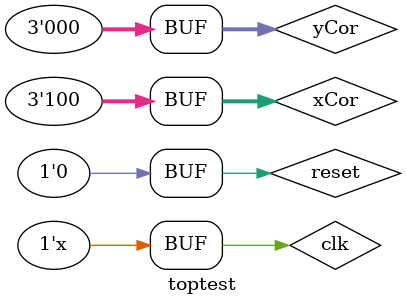
<source format=sv>
`timescale 1ns / 1ps


module toptest();
logic clk;
logic reset;
logic [2:0] xCor;
logic [2:0] yCor;
logic turn;
logic gameOver;


top tt (clk,reset,xCor,yCor,turn,gameOver);

initial
begin
clk = 0; reset = 1; #50 reset = 0; xCor = 3'b100; yCor = 3'b000; 
end

always #10 clk =~clk;
endmodule

</source>
